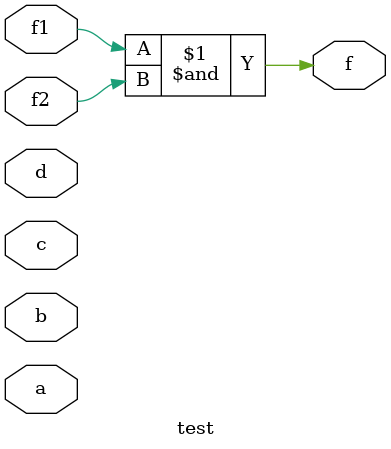
<source format=v>
module test (a, b, c, d, f, f1, f2);
 input a, b, c, d;
 output f;
 inout f1, f2; //warning on "f1", "f2"
 and AA(f,f1,f2);
endmodule


</source>
